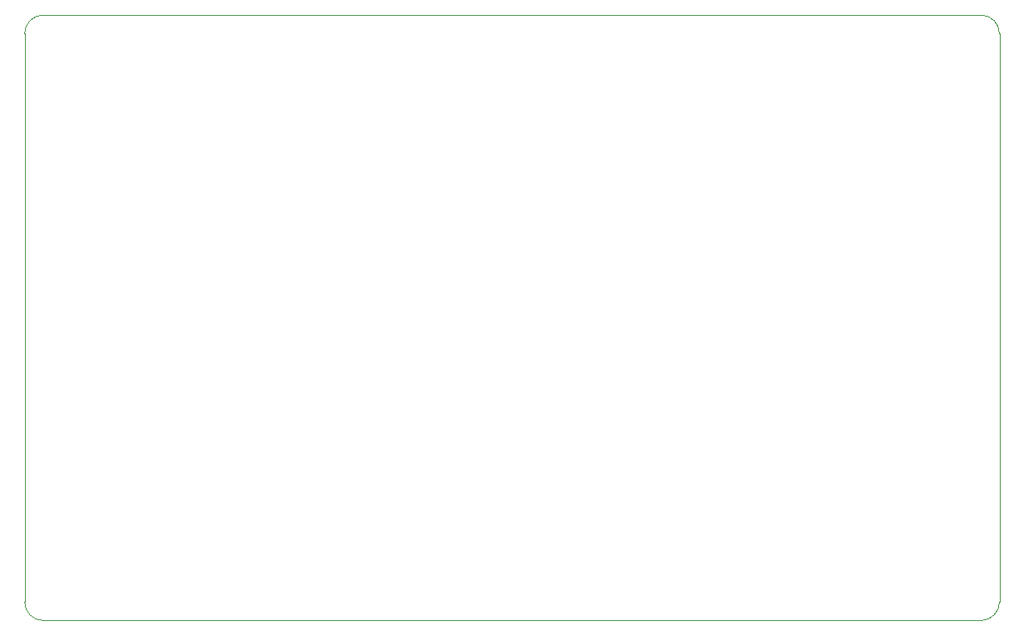
<source format=gbr>
G04 #@! TF.GenerationSoftware,KiCad,Pcbnew,(5.1.0)-1*
G04 #@! TF.CreationDate,2019-03-26T21:03:11+01:00*
G04 #@! TF.ProjectId,ac2-detpic-shield,6163322d-6465-4747-9069-632d73686965,rev?*
G04 #@! TF.SameCoordinates,Original*
G04 #@! TF.FileFunction,Profile,NP*
%FSLAX46Y46*%
G04 Gerber Fmt 4.6, Leading zero omitted, Abs format (unit mm)*
G04 Created by KiCad (PCBNEW (5.1.0)-1) date 2019-03-26 21:03:11*
%MOMM*%
%LPD*%
G04 APERTURE LIST*
%ADD10C,0.050000*%
G04 APERTURE END LIST*
D10*
X127000000Y-27305000D02*
X127000000Y-85090000D01*
X226060000Y-27305000D02*
X226060000Y-85090000D01*
X128905000Y-86995000D02*
X224155000Y-86995000D01*
X224155000Y-25400000D02*
X128905000Y-25400000D01*
X224155000Y-25400000D02*
G75*
G02X226060000Y-27305000I0J-1905000D01*
G01*
X226060000Y-85090000D02*
G75*
G02X224155000Y-86995000I-1905000J0D01*
G01*
X128905000Y-86995000D02*
G75*
G02X127000000Y-85090000I0J1905000D01*
G01*
X127000000Y-27305000D02*
G75*
G02X128905000Y-25400000I1905000J0D01*
G01*
M02*

</source>
